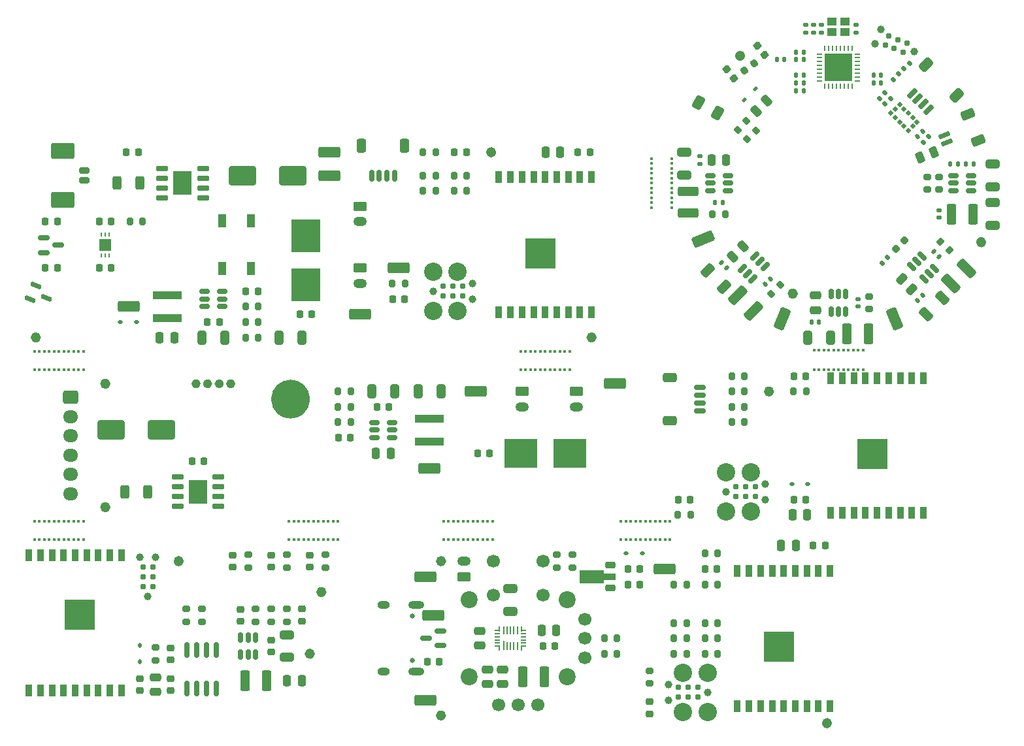
<source format=gbr>
G04 #@! TF.GenerationSoftware,KiCad,Pcbnew,8.0.5*
G04 #@! TF.CreationDate,2025-07-01T00:21:57-07:00*
G04 #@! TF.ProjectId,IotRollerBlinds,496f7452-6f6c-46c6-9572-426c696e6473,rev?*
G04 #@! TF.SameCoordinates,Original*
G04 #@! TF.FileFunction,Soldermask,Top*
G04 #@! TF.FilePolarity,Negative*
%FSLAX46Y46*%
G04 Gerber Fmt 4.6, Leading zero omitted, Abs format (unit mm)*
G04 Created by KiCad (PCBNEW 8.0.5) date 2025-07-01 00:21:57*
%MOMM*%
%LPD*%
G01*
G04 APERTURE LIST*
G04 Aperture macros list*
%AMRoundRect*
0 Rectangle with rounded corners*
0 $1 Rounding radius*
0 $2 $3 $4 $5 $6 $7 $8 $9 X,Y pos of 4 corners*
0 Add a 4 corners polygon primitive as box body*
4,1,4,$2,$3,$4,$5,$6,$7,$8,$9,$2,$3,0*
0 Add four circle primitives for the rounded corners*
1,1,$1+$1,$2,$3*
1,1,$1+$1,$4,$5*
1,1,$1+$1,$6,$7*
1,1,$1+$1,$8,$9*
0 Add four rect primitives between the rounded corners*
20,1,$1+$1,$2,$3,$4,$5,0*
20,1,$1+$1,$4,$5,$6,$7,0*
20,1,$1+$1,$6,$7,$8,$9,0*
20,1,$1+$1,$8,$9,$2,$3,0*%
%AMRotRect*
0 Rectangle, with rotation*
0 The origin of the aperture is its center*
0 $1 length*
0 $2 width*
0 $3 Rotation angle, in degrees counterclockwise*
0 Add horizontal line*
21,1,$1,$2,0,0,$3*%
%AMFreePoly0*
4,1,9,3.862500,-0.866500,0.737500,-0.866500,0.737500,-0.450000,-0.737500,-0.450000,-0.737500,0.450000,0.737500,0.450000,0.737500,0.866500,3.862500,0.866500,3.862500,-0.866500,3.862500,-0.866500,$1*%
G04 Aperture macros list end*
%ADD10C,0.650000*%
%ADD11C,2.500000*%
%ADD12C,0.700000*%
%ADD13C,0.380000*%
%ADD14R,0.900000X1.500000*%
%ADD15R,4.000000X4.000000*%
%ADD16RoundRect,0.250000X-1.175000X-0.450000X1.175000X-0.450000X1.175000X0.450000X-1.175000X0.450000X0*%
%ADD17RoundRect,0.225000X0.225000X0.250000X-0.225000X0.250000X-0.225000X-0.250000X0.225000X-0.250000X0*%
%ADD18RoundRect,0.062500X-0.062500X-0.212500X0.062500X-0.212500X0.062500X0.212500X-0.062500X0.212500X0*%
%ADD19R,1.600000X1.600000*%
%ADD20RoundRect,0.150000X-0.512500X-0.150000X0.512500X-0.150000X0.512500X0.150000X-0.512500X0.150000X0*%
%ADD21RoundRect,0.218750X0.218750X0.256250X-0.218750X0.256250X-0.218750X-0.256250X0.218750X-0.256250X0*%
%ADD22RoundRect,0.200000X-0.200000X-0.275000X0.200000X-0.275000X0.200000X0.275000X-0.200000X0.275000X0*%
%ADD23RoundRect,0.200000X0.200000X0.275000X-0.200000X0.275000X-0.200000X-0.275000X0.200000X-0.275000X0*%
%ADD24R,3.810000X4.240000*%
%ADD25RoundRect,0.225000X-0.225000X-0.250000X0.225000X-0.250000X0.225000X0.250000X-0.225000X0.250000X0*%
%ADD26C,1.152000*%
%ADD27RoundRect,0.200000X-0.450000X0.200000X-0.450000X-0.200000X0.450000X-0.200000X0.450000X0.200000X0*%
%ADD28RoundRect,0.250001X-1.249999X0.799999X-1.249999X-0.799999X1.249999X-0.799999X1.249999X0.799999X0*%
%ADD29R,1.100000X1.800000*%
%ADD30RoundRect,0.112500X0.187500X0.112500X-0.187500X0.112500X-0.187500X-0.112500X0.187500X-0.112500X0*%
%ADD31C,2.374900*%
%ADD32C,0.990600*%
%ADD33C,0.787400*%
%ADD34RoundRect,0.250000X-0.250000X-0.475000X0.250000X-0.475000X0.250000X0.475000X-0.250000X0.475000X0*%
%ADD35RoundRect,0.150000X0.150000X0.625000X-0.150000X0.625000X-0.150000X-0.625000X0.150000X-0.625000X0*%
%ADD36RoundRect,0.250000X0.350000X0.650000X-0.350000X0.650000X-0.350000X-0.650000X0.350000X-0.650000X0*%
%ADD37RoundRect,0.250000X-0.325000X-0.650000X0.325000X-0.650000X0.325000X0.650000X-0.325000X0.650000X0*%
%ADD38RoundRect,0.250000X-0.625000X0.350000X-0.625000X-0.350000X0.625000X-0.350000X0.625000X0.350000X0*%
%ADD39O,1.750000X1.200000*%
%ADD40RoundRect,0.218750X-0.218750X-0.256250X0.218750X-0.256250X0.218750X0.256250X-0.218750X0.256250X0*%
%ADD41RoundRect,0.250000X-1.500000X-1.000000X1.500000X-1.000000X1.500000X1.000000X-1.500000X1.000000X0*%
%ADD42R,3.700000X1.100000*%
%ADD43RoundRect,0.150000X0.650000X0.150000X-0.650000X0.150000X-0.650000X-0.150000X0.650000X-0.150000X0*%
%ADD44R,2.410000X3.100000*%
%ADD45RoundRect,0.250000X-0.312500X-0.625000X0.312500X-0.625000X0.312500X0.625000X-0.312500X0.625000X0*%
%ADD46RoundRect,0.150000X-0.587500X-0.150000X0.587500X-0.150000X0.587500X0.150000X-0.587500X0.150000X0*%
%ADD47RoundRect,0.150000X-0.600182X0.086245X0.485377X-0.363408X0.600182X-0.086245X-0.485377X0.363408X0*%
%ADD48RoundRect,0.112500X-0.112500X0.187500X-0.112500X-0.187500X0.112500X-0.187500X0.112500X0.187500X0*%
%ADD49RoundRect,0.225000X0.250000X-0.225000X0.250000X0.225000X-0.250000X0.225000X-0.250000X-0.225000X0*%
%ADD50RoundRect,0.218750X0.256250X-0.218750X0.256250X0.218750X-0.256250X0.218750X-0.256250X-0.218750X0*%
%ADD51RoundRect,0.200000X-0.275000X0.200000X-0.275000X-0.200000X0.275000X-0.200000X0.275000X0.200000X0*%
%ADD52RoundRect,0.218750X-0.256250X0.218750X-0.256250X-0.218750X0.256250X-0.218750X0.256250X0.218750X0*%
%ADD53RoundRect,0.250000X0.650000X-0.325000X0.650000X0.325000X-0.650000X0.325000X-0.650000X-0.325000X0*%
%ADD54RoundRect,0.200000X0.275000X-0.200000X0.275000X0.200000X-0.275000X0.200000X-0.275000X-0.200000X0*%
%ADD55RoundRect,0.150000X0.150000X-0.825000X0.150000X0.825000X-0.150000X0.825000X-0.150000X-0.825000X0*%
%ADD56RoundRect,0.150000X0.150000X-0.512500X0.150000X0.512500X-0.150000X0.512500X-0.150000X-0.512500X0*%
%ADD57RoundRect,0.250000X-0.375000X-1.075000X0.375000X-1.075000X0.375000X1.075000X-0.375000X1.075000X0*%
%ADD58RoundRect,0.250000X0.475000X-0.250000X0.475000X0.250000X-0.475000X0.250000X-0.475000X-0.250000X0*%
%ADD59RoundRect,0.112500X-0.187500X-0.112500X0.187500X-0.112500X0.187500X0.112500X-0.187500X0.112500X0*%
%ADD60RoundRect,0.225000X0.425000X0.225000X-0.425000X0.225000X-0.425000X-0.225000X0.425000X-0.225000X0*%
%ADD61FreePoly0,180.000000*%
%ADD62RoundRect,0.150000X0.587500X0.150000X-0.587500X0.150000X-0.587500X-0.150000X0.587500X-0.150000X0*%
%ADD63RoundRect,0.050000X0.050000X-0.550000X0.050000X0.550000X-0.050000X0.550000X-0.050000X-0.550000X0*%
%ADD64RoundRect,0.050000X0.050000X-0.500000X0.050000X0.500000X-0.050000X0.500000X-0.050000X-0.500000X0*%
%ADD65RoundRect,0.050000X0.050000X-0.275000X0.050000X0.275000X-0.050000X0.275000X-0.050000X-0.275000X0*%
%ADD66RoundRect,0.050000X0.300000X0.050000X-0.300000X0.050000X-0.300000X-0.050000X0.300000X-0.050000X0*%
%ADD67RoundRect,0.250000X-0.475000X0.250000X-0.475000X-0.250000X0.475000X-0.250000X0.475000X0.250000X0*%
%ADD68RoundRect,0.250000X1.175000X0.450000X-1.175000X0.450000X-1.175000X-0.450000X1.175000X-0.450000X0*%
%ADD69RoundRect,0.250000X0.625000X-0.350000X0.625000X0.350000X-0.625000X0.350000X-0.625000X-0.350000X0*%
%ADD70RoundRect,0.250000X0.250000X0.475000X-0.250000X0.475000X-0.250000X-0.475000X0.250000X-0.475000X0*%
%ADD71C,0.650000*%
%ADD72O,1.600000X1.000000*%
%ADD73O,2.100000X1.000000*%
%ADD74C,1.700000*%
%ADD75C,2.200000*%
%ADD76RoundRect,0.250000X-0.725000X0.600000X-0.725000X-0.600000X0.725000X-0.600000X0.725000X0.600000X0*%
%ADD77O,1.950000X1.700000*%
%ADD78RoundRect,0.250000X0.325000X0.650000X-0.325000X0.650000X-0.325000X-0.650000X0.325000X-0.650000X0*%
%ADD79RoundRect,0.150000X0.512500X0.150000X-0.512500X0.150000X-0.512500X-0.150000X0.512500X-0.150000X0*%
%ADD80RoundRect,0.250000X1.500000X1.000000X-1.500000X1.000000X-1.500000X-1.000000X1.500000X-1.000000X0*%
%ADD81RoundRect,0.150000X-0.625000X0.150000X-0.625000X-0.150000X0.625000X-0.150000X0.625000X0.150000X0*%
%ADD82RoundRect,0.250000X-0.650000X0.350000X-0.650000X-0.350000X0.650000X-0.350000X0.650000X0.350000X0*%
%ADD83R,4.240000X3.810000*%
%ADD84RoundRect,0.250000X0.865399X-0.913351X-0.033907X1.257766X-0.865399X0.913351X0.033907X-1.257766X0*%
%ADD85RoundRect,0.140000X0.170000X-0.140000X0.170000X0.140000X-0.170000X0.140000X-0.170000X-0.140000X0*%
%ADD86RoundRect,0.250000X1.025305X0.494975X0.494975X1.025305X-1.025305X-0.494975X-0.494975X-1.025305X0*%
%ADD87RoundRect,0.135000X0.135000X0.185000X-0.135000X0.185000X-0.135000X-0.185000X0.135000X-0.185000X0*%
%ADD88RoundRect,0.140000X0.021213X-0.219203X0.219203X-0.021213X-0.021213X0.219203X-0.219203X0.021213X0*%
%ADD89RoundRect,0.140000X-0.140000X-0.170000X0.140000X-0.170000X0.140000X0.170000X-0.140000X0.170000X0*%
%ADD90RoundRect,0.140000X0.140000X0.170000X-0.140000X0.170000X-0.140000X-0.170000X0.140000X-0.170000X0*%
%ADD91RoundRect,0.225000X0.335310X-0.026314X0.061367X0.330695X-0.335310X0.026314X-0.061367X-0.330695X0*%
%ADD92RoundRect,0.062500X-0.312500X-0.062500X0.312500X-0.062500X0.312500X0.062500X-0.312500X0.062500X0*%
%ADD93RoundRect,0.062500X-0.062500X-0.312500X0.062500X-0.312500X0.062500X0.312500X-0.062500X0.312500X0*%
%ADD94R,3.650000X3.650000*%
%ADD95RoundRect,0.200000X-0.053033X0.335876X-0.335876X0.053033X0.053033X-0.335876X0.335876X-0.053033X0*%
%ADD96RoundRect,0.135000X-0.035355X0.226274X-0.226274X0.035355X0.035355X-0.226274X0.226274X-0.035355X0*%
%ADD97RoundRect,0.135000X-0.135000X-0.185000X0.135000X-0.185000X0.135000X0.185000X-0.135000X0.185000X0*%
%ADD98RoundRect,0.135000X0.035355X-0.226274X0.226274X-0.035355X-0.035355X0.226274X-0.226274X0.035355X0*%
%ADD99RoundRect,0.200000X0.053033X-0.335876X0.335876X-0.053033X-0.053033X0.335876X-0.335876X0.053033X0*%
%ADD100RoundRect,0.218750X0.026517X-0.335876X0.335876X-0.026517X-0.026517X0.335876X-0.335876X0.026517X0*%
%ADD101RoundRect,0.250000X-0.229810X0.689429X-0.689429X0.229810X0.229810X-0.689429X0.689429X-0.229810X0*%
%ADD102RoundRect,0.150000X-0.468458X0.256326X0.256326X-0.468458X0.468458X-0.256326X-0.256326X0.468458X0*%
%ADD103RoundRect,0.250000X0.375000X1.075000X-0.375000X1.075000X-0.375000X-1.075000X0.375000X-1.075000X0*%
%ADD104RoundRect,0.150000X0.548008X0.335876X0.335876X0.548008X-0.548008X-0.335876X-0.335876X-0.548008X0*%
%ADD105RoundRect,0.250000X0.707107X0.212132X0.212132X0.707107X-0.707107X-0.212132X-0.212132X-0.707107X0*%
%ADD106RoundRect,0.250000X0.637260X0.353766X-0.012260X0.728766X-0.637260X-0.353766X0.012260X-0.728766X0*%
%ADD107RoundRect,0.250000X0.689429X0.229810X0.229810X0.689429X-0.689429X-0.229810X-0.229810X-0.689429X0*%
%ADD108RoundRect,0.140000X-0.170000X0.140000X-0.170000X-0.140000X0.170000X-0.140000X0.170000X0.140000X0*%
%ADD109RoundRect,0.250000X0.159099X-0.512652X0.512652X-0.159099X-0.159099X0.512652X-0.512652X0.159099X0*%
%ADD110RoundRect,0.112500X0.053033X0.212132X-0.212132X-0.053033X-0.053033X-0.212132X0.212132X0.053033X0*%
%ADD111RoundRect,0.150000X0.256326X0.468458X-0.468458X-0.256326X-0.256326X-0.468458X0.468458X0.256326X0*%
%ADD112RoundRect,0.250000X-0.913351X-0.865399X1.257766X0.033907X0.913351X0.865399X-1.257766X-0.033907X0*%
%ADD113RoundRect,0.250000X-0.049195X-0.534514X0.412745X-0.343172X0.049195X0.534514X-0.412745X0.343172X0*%
%ADD114RoundRect,0.150000X0.634827X0.100595X0.520022X0.377759X-0.634827X-0.100595X-0.520022X-0.377759X0*%
%ADD115RoundRect,0.250000X0.734461X-0.074614X0.466582X0.572102X-0.734461X0.074614X-0.466582X-0.572102X0*%
%ADD116RoundRect,0.250000X-0.159099X0.512652X-0.512652X0.159099X0.159099X-0.512652X0.512652X-0.159099X0*%
%ADD117RotRect,0.500000X0.500000X225.000000*%
%ADD118RoundRect,0.250000X-0.494975X1.025305X-1.025305X0.494975X0.494975X-1.025305X1.025305X-0.494975X0*%
%ADD119RoundRect,0.200000X0.335876X0.053033X0.053033X0.335876X-0.335876X-0.053033X-0.053033X-0.335876X0*%
%ADD120RoundRect,0.150000X-0.150000X0.512500X-0.150000X-0.512500X0.150000X-0.512500X0.150000X0.512500X0*%
%ADD121RoundRect,0.250000X0.512652X0.159099X0.159099X0.512652X-0.512652X-0.159099X-0.159099X-0.512652X0*%
%ADD122RoundRect,0.250000X-0.650000X0.325000X-0.650000X-0.325000X0.650000X-0.325000X0.650000X0.325000X0*%
%ADD123RoundRect,0.140000X-0.021213X0.219203X-0.219203X0.021213X0.021213X-0.219203X0.219203X-0.021213X0*%
%ADD124R,1.150000X1.000000*%
%ADD125RoundRect,0.140000X-0.219203X-0.021213X-0.021213X-0.219203X0.219203X0.021213X0.021213X0.219203X0*%
%ADD126RoundRect,0.147500X-0.147500X-0.172500X0.147500X-0.172500X0.147500X0.172500X-0.147500X0.172500X0*%
%ADD127RoundRect,0.140000X0.219203X0.021213X0.021213X0.219203X-0.219203X-0.021213X-0.021213X-0.219203X0*%
%ADD128RoundRect,0.218750X0.017551X0.336463X-0.329541X0.070130X-0.017551X-0.336463X0.329541X-0.070130X0*%
%ADD129RoundRect,0.250000X-0.033907X-1.257766X0.865399X0.913351X0.033907X1.257766X-0.865399X-0.913351X0*%
%ADD130RoundRect,0.250000X1.075000X-0.375000X1.075000X0.375000X-1.075000X0.375000X-1.075000X-0.375000X0*%
G04 APERTURE END LIST*
D10*
X99325000Y-86000000D02*
G75*
G02*
X98675000Y-86000000I-325000J0D01*
G01*
X98675000Y-86000000D02*
G75*
G02*
X99325000Y-86000000I325000J0D01*
G01*
X86325000Y-62000000D02*
G75*
G02*
X85675000Y-62000000I-325000J0D01*
G01*
X85675000Y-62000000D02*
G75*
G02*
X86325000Y-62000000I325000J0D01*
G01*
X27325000Y-86000000D02*
G75*
G02*
X26675000Y-86000000I-325000J0D01*
G01*
X26675000Y-86000000D02*
G75*
G02*
X27325000Y-86000000I325000J0D01*
G01*
X64325000Y-119000000D02*
G75*
G02*
X63675000Y-119000000I-325000J0D01*
G01*
X63675000Y-119000000D02*
G75*
G02*
X64325000Y-119000000I325000J0D01*
G01*
X62825000Y-127000000D02*
G75*
G02*
X62175000Y-127000000I-325000J0D01*
G01*
X62175000Y-127000000D02*
G75*
G02*
X62825000Y-127000000I325000J0D01*
G01*
X45825000Y-115000000D02*
G75*
G02*
X45175000Y-115000000I-325000J0D01*
G01*
X45175000Y-115000000D02*
G75*
G02*
X45825000Y-115000000I325000J0D01*
G01*
X79825000Y-135000000D02*
G75*
G02*
X79175000Y-135000000I-325000J0D01*
G01*
X79175000Y-135000000D02*
G75*
G02*
X79825000Y-135000000I325000J0D01*
G01*
X129825000Y-136000000D02*
G75*
G02*
X129175000Y-136000000I-325000J0D01*
G01*
X129175000Y-136000000D02*
G75*
G02*
X129825000Y-136000000I325000J0D01*
G01*
X79825000Y-115000000D02*
G75*
G02*
X79175000Y-115000000I-325000J0D01*
G01*
X79175000Y-115000000D02*
G75*
G02*
X79825000Y-115000000I325000J0D01*
G01*
X36325000Y-92000000D02*
G75*
G02*
X35675000Y-92000000I-325000J0D01*
G01*
X35675000Y-92000000D02*
G75*
G02*
X36325000Y-92000000I325000J0D01*
G01*
D11*
X61250000Y-94000000D02*
G75*
G02*
X58750000Y-94000000I-1250000J0D01*
G01*
X58750000Y-94000000D02*
G75*
G02*
X61250000Y-94000000I1250000J0D01*
G01*
D12*
X48000000Y-92000000D02*
G75*
G02*
X47500000Y-92000000I-250000J0D01*
G01*
X47500000Y-92000000D02*
G75*
G02*
X48000000Y-92000000I250000J0D01*
G01*
X49500000Y-92000000D02*
G75*
G02*
X49000000Y-92000000I-250000J0D01*
G01*
X49000000Y-92000000D02*
G75*
G02*
X49500000Y-92000000I250000J0D01*
G01*
X51000000Y-92000000D02*
G75*
G02*
X50500000Y-92000000I-250000J0D01*
G01*
X50500000Y-92000000D02*
G75*
G02*
X51000000Y-92000000I250000J0D01*
G01*
X52500000Y-92000000D02*
G75*
G02*
X52000000Y-92000000I-250000J0D01*
G01*
X52000000Y-92000000D02*
G75*
G02*
X52500000Y-92000000I250000J0D01*
G01*
D10*
X36325000Y-108000000D02*
G75*
G02*
X35675000Y-108000000I-325000J0D01*
G01*
X35675000Y-108000000D02*
G75*
G02*
X36325000Y-108000000I325000J0D01*
G01*
X122325000Y-93000000D02*
G75*
G02*
X121675000Y-93000000I-325000J0D01*
G01*
X121675000Y-93000000D02*
G75*
G02*
X122325000Y-93000000I325000J0D01*
G01*
X149802591Y-73653669D02*
G75*
G02*
X149152591Y-73653669I-325000J0D01*
G01*
X149152591Y-73653669D02*
G75*
G02*
X149802591Y-73653669I325000J0D01*
G01*
X125393407Y-80320133D02*
G75*
G02*
X124743407Y-80320133I-325000J0D01*
G01*
X124743407Y-80320133D02*
G75*
G02*
X125393407Y-80320133I325000J0D01*
G01*
X118575000Y-49500000D02*
G75*
G02*
X117925000Y-49500000I-325000J0D01*
G01*
X117925000Y-49500000D02*
G75*
G02*
X118575000Y-49500000I325000J0D01*
G01*
D13*
X106810000Y-69175000D03*
X106810000Y-68540000D03*
X106810000Y-67905000D03*
X106810000Y-67270000D03*
X106810000Y-66635000D03*
X106810000Y-66000000D03*
X106810000Y-65365000D03*
X106810000Y-64730000D03*
X106810000Y-64095000D03*
X106810000Y-63460000D03*
X106810000Y-62825000D03*
X134175000Y-90190000D03*
X133540000Y-90190000D03*
X132905000Y-90190000D03*
X132270000Y-90190000D03*
X131635000Y-90190000D03*
X131000000Y-90190000D03*
X130365000Y-90190000D03*
X129730000Y-90190000D03*
X129095000Y-90190000D03*
X128460000Y-90190000D03*
X127825000Y-90190000D03*
D14*
X99000000Y-65250000D03*
X97500000Y-65250000D03*
X96000000Y-65250000D03*
X94500000Y-65250000D03*
X93000000Y-65250000D03*
X91500000Y-65250000D03*
X90000000Y-65250000D03*
X88500000Y-65250000D03*
X87000000Y-65250000D03*
X87000000Y-82750000D03*
X88500000Y-82750000D03*
X90000000Y-82750000D03*
X91500000Y-82750000D03*
X93000000Y-82750000D03*
X94500000Y-82750000D03*
X96000000Y-82750000D03*
X97500000Y-82750000D03*
X99000000Y-82750000D03*
D15*
X92390000Y-75100000D03*
D13*
X33175000Y-112190000D03*
X33175000Y-109810000D03*
X32540000Y-112190000D03*
X32540000Y-109810000D03*
X31905000Y-112190000D03*
X31905000Y-109810000D03*
X31270000Y-112190000D03*
X31270000Y-109810000D03*
X30635000Y-112190000D03*
X30635000Y-109810000D03*
X30000000Y-112190000D03*
X30000000Y-109810000D03*
X29365000Y-112190000D03*
X29365000Y-109810000D03*
X28730000Y-112190000D03*
X28730000Y-109810000D03*
X28095000Y-112190000D03*
X28095000Y-109810000D03*
X27460000Y-112190000D03*
X27460000Y-109810000D03*
X26825000Y-112190000D03*
X26825000Y-109810000D03*
X33175000Y-90190000D03*
X33175000Y-87810000D03*
X32540000Y-90190000D03*
X32540000Y-87810000D03*
X31905000Y-90190000D03*
X31905000Y-87810000D03*
X31270000Y-90190000D03*
X31270000Y-87810000D03*
X30635000Y-90190000D03*
X30635000Y-87810000D03*
X30000000Y-90190000D03*
X30000000Y-87810000D03*
X29365000Y-90190000D03*
X29365000Y-87810000D03*
X28730000Y-90190000D03*
X28730000Y-87810000D03*
X28095000Y-90190000D03*
X28095000Y-87810000D03*
X27460000Y-90190000D03*
X27460000Y-87810000D03*
X26825000Y-90190000D03*
X26825000Y-87810000D03*
X96175000Y-90190000D03*
X96175000Y-87810000D03*
X95540000Y-90190000D03*
X95540000Y-87810000D03*
X94905000Y-90190000D03*
X94905000Y-87810000D03*
X94270000Y-90190000D03*
X94270000Y-87810000D03*
X93635000Y-90190000D03*
X93635000Y-87810000D03*
X93000000Y-90190000D03*
X93000000Y-87810000D03*
X92365000Y-90190000D03*
X92365000Y-87810000D03*
X91730000Y-90190000D03*
X91730000Y-87810000D03*
X91095000Y-90190000D03*
X91095000Y-87810000D03*
X90460000Y-90190000D03*
X90460000Y-87810000D03*
X89825000Y-90190000D03*
X89825000Y-87810000D03*
X66175000Y-112190000D03*
X66175000Y-109810000D03*
X65540000Y-112190000D03*
X65540000Y-109810000D03*
X64905000Y-112190000D03*
X64905000Y-109810000D03*
X64270000Y-112190000D03*
X64270000Y-109810000D03*
X63635000Y-112190000D03*
X63635000Y-109810000D03*
X63000000Y-112190000D03*
X63000000Y-109810000D03*
X62365000Y-112190000D03*
X62365000Y-109810000D03*
X61730000Y-112190000D03*
X61730000Y-109810000D03*
X61095000Y-112190000D03*
X61095000Y-109810000D03*
X60460000Y-112190000D03*
X60460000Y-109810000D03*
X59825000Y-112190000D03*
X59825000Y-109810000D03*
X109175000Y-112190000D03*
X109175000Y-109810000D03*
X108540000Y-112190000D03*
X108540000Y-109810000D03*
X107905000Y-112190000D03*
X107905000Y-109810000D03*
X107270000Y-112190000D03*
X107270000Y-109810000D03*
X106635000Y-112190000D03*
X106635000Y-109810000D03*
X106000000Y-112190000D03*
X106000000Y-109810000D03*
X105365000Y-112190000D03*
X105365000Y-109810000D03*
X104730000Y-112190000D03*
X104730000Y-109810000D03*
X104095000Y-112190000D03*
X104095000Y-109810000D03*
X103460000Y-112190000D03*
X103460000Y-109810000D03*
X102825000Y-112190000D03*
X102825000Y-109810000D03*
X86175000Y-112190000D03*
X86175000Y-109810000D03*
X85540000Y-112190000D03*
X85540000Y-109810000D03*
X84905000Y-112190000D03*
X84905000Y-109810000D03*
X84270000Y-112190000D03*
X84270000Y-109810000D03*
X83635000Y-112190000D03*
X83635000Y-109810000D03*
X83000000Y-112190000D03*
X83000000Y-109810000D03*
X82365000Y-112190000D03*
X82365000Y-109810000D03*
X81730000Y-112190000D03*
X81730000Y-109810000D03*
X81095000Y-112190000D03*
X81095000Y-109810000D03*
X80460000Y-112190000D03*
X80460000Y-109810000D03*
X79825000Y-112190000D03*
X79825000Y-109810000D03*
D16*
X69000000Y-83000000D03*
D17*
X98775000Y-62000000D03*
X97225000Y-62000000D03*
D18*
X35500000Y-75380000D03*
X36000000Y-75380000D03*
X36500000Y-75380000D03*
X36500000Y-72620000D03*
X36000000Y-72620000D03*
X35500000Y-72620000D03*
D19*
X36000000Y-74000000D03*
D20*
X48862500Y-80050000D03*
X48862500Y-81000000D03*
X48862500Y-81950000D03*
X51137500Y-81950000D03*
X51137500Y-81000000D03*
X51137500Y-80050000D03*
D21*
X62787500Y-83000000D03*
X61212500Y-83000000D03*
D22*
X73175000Y-79000000D03*
X74825000Y-79000000D03*
D23*
X82825000Y-65000000D03*
X81175000Y-65000000D03*
X78825000Y-67000000D03*
X77175000Y-67000000D03*
D24*
X62000000Y-72815000D03*
X62000000Y-79185000D03*
D25*
X54225000Y-80000000D03*
X55775000Y-80000000D03*
D26*
X99000000Y-86000000D03*
D23*
X40825000Y-71000000D03*
X39175000Y-71000000D03*
D25*
X81225000Y-62000000D03*
X82775000Y-62000000D03*
D23*
X78825000Y-65000000D03*
X77175000Y-65000000D03*
D27*
X33250000Y-64375000D03*
X33250000Y-65625000D03*
D28*
X30500000Y-61825000D03*
X30500000Y-68175000D03*
D25*
X28225000Y-71000000D03*
X29775000Y-71000000D03*
X35225000Y-77000000D03*
X36775000Y-77000000D03*
D17*
X40275000Y-62000000D03*
X38725000Y-62000000D03*
D23*
X55825000Y-82000000D03*
X54175000Y-82000000D03*
D22*
X77175000Y-62000000D03*
X78825000Y-62000000D03*
D29*
X54850000Y-70900000D03*
X54850000Y-77100000D03*
X51150000Y-70900000D03*
X51150000Y-77100000D03*
D30*
X40050000Y-84000000D03*
X37950000Y-84000000D03*
D31*
X78460000Y-77460000D03*
D32*
X78460000Y-80000000D03*
D31*
X78460000Y-82540000D03*
X81635000Y-77460000D03*
X81635000Y-82540000D03*
D32*
X83540000Y-78984000D03*
X83540000Y-81016000D03*
D33*
X79730000Y-80635000D03*
X79730000Y-79365000D03*
X81000000Y-80635000D03*
X81000000Y-79365000D03*
X82270000Y-80635000D03*
X82270000Y-79365000D03*
D34*
X43050000Y-86000000D03*
X44950000Y-86000000D03*
D35*
X73500000Y-65000000D03*
X72500000Y-65000000D03*
X71500000Y-65000000D03*
X70500000Y-65000000D03*
D36*
X74800000Y-61125000D03*
X69200000Y-61125000D03*
D22*
X81175000Y-67000000D03*
X82825000Y-67000000D03*
D16*
X39000000Y-82000000D03*
D26*
X86000000Y-62000000D03*
D25*
X49225000Y-84000000D03*
X50775000Y-84000000D03*
D37*
X58525000Y-86000000D03*
X61475000Y-86000000D03*
D17*
X36775000Y-71000000D03*
X35225000Y-71000000D03*
D26*
X27000000Y-86000000D03*
D16*
X65000000Y-62000000D03*
X74000000Y-77000000D03*
D38*
X69000000Y-69000000D03*
D39*
X69000000Y-71000000D03*
D40*
X73212500Y-81000000D03*
X74787500Y-81000000D03*
D41*
X53750000Y-65000000D03*
X60250000Y-65000000D03*
D37*
X48525000Y-86000000D03*
X51475000Y-86000000D03*
D42*
X44000000Y-80500000D03*
X44000000Y-83500000D03*
D16*
X65000000Y-65000000D03*
D43*
X48650000Y-67905000D03*
X48650000Y-66635000D03*
X48650000Y-65365000D03*
X48650000Y-64095000D03*
X43350000Y-64095000D03*
X43350000Y-65365000D03*
X43350000Y-66635000D03*
X43350000Y-67905000D03*
D44*
X46000000Y-66000000D03*
D22*
X54175000Y-86000000D03*
X55825000Y-86000000D03*
D38*
X69000000Y-77000000D03*
D39*
X69000000Y-79000000D03*
D25*
X28225000Y-77000000D03*
X29775000Y-77000000D03*
D34*
X93050000Y-62000000D03*
X94950000Y-62000000D03*
D45*
X37537500Y-66000000D03*
X40462500Y-66000000D03*
D23*
X55825000Y-84000000D03*
X54175000Y-84000000D03*
D46*
X28062500Y-73100000D03*
X28062500Y-75000000D03*
X29937500Y-74050000D03*
D47*
X26997413Y-79263548D03*
X26270314Y-81018920D03*
X28366137Y-80858765D03*
D48*
X40500000Y-125950000D03*
X40500000Y-128050000D03*
D49*
X53500000Y-122775000D03*
X53500000Y-121225000D03*
D50*
X61500000Y-122787500D03*
X61500000Y-121212500D03*
D51*
X42500000Y-126175000D03*
X42500000Y-127825000D03*
D14*
X26100000Y-131750000D03*
X27600000Y-131750000D03*
X29100000Y-131750000D03*
X30600000Y-131750000D03*
X32100000Y-131750000D03*
X33600000Y-131750000D03*
X35100000Y-131750000D03*
X36600000Y-131750000D03*
X38100000Y-131750000D03*
X38100000Y-114250000D03*
X36600000Y-114250000D03*
X35100000Y-114250000D03*
X33600000Y-114250000D03*
X32100000Y-114250000D03*
X30600000Y-114250000D03*
X29100000Y-114250000D03*
X27600000Y-114250000D03*
X26100000Y-114250000D03*
D15*
X32710000Y-121900000D03*
D52*
X62500000Y-114212500D03*
X62500000Y-115787500D03*
X57500000Y-114212500D03*
X57500000Y-115787500D03*
D34*
X59550000Y-130500000D03*
X61450000Y-130500000D03*
D49*
X57500000Y-126775000D03*
X57500000Y-125225000D03*
D51*
X48500000Y-121175000D03*
X48500000Y-122825000D03*
D53*
X59500000Y-127475000D03*
X59500000Y-124525000D03*
D51*
X54500000Y-114175000D03*
X54500000Y-115825000D03*
D54*
X46500000Y-122825000D03*
X46500000Y-121175000D03*
D26*
X64000000Y-119000000D03*
D49*
X40500000Y-131775000D03*
X40500000Y-130225000D03*
X44500000Y-131775000D03*
X44500000Y-130225000D03*
D55*
X46595000Y-131475000D03*
X47865000Y-131475000D03*
X49135000Y-131475000D03*
X50405000Y-131475000D03*
X50405000Y-126525000D03*
X49135000Y-126525000D03*
X47865000Y-126525000D03*
X46595000Y-126525000D03*
D54*
X59500000Y-122825000D03*
X59500000Y-121175000D03*
D56*
X53550000Y-127137500D03*
X54500000Y-127137500D03*
X55450000Y-127137500D03*
X55450000Y-124862500D03*
X54500000Y-124862500D03*
X53550000Y-124862500D03*
D57*
X54100000Y-130500000D03*
X56900000Y-130500000D03*
D58*
X42500000Y-131950000D03*
X42500000Y-130050000D03*
D49*
X44500000Y-127775000D03*
X44500000Y-126225000D03*
D51*
X55500000Y-121175000D03*
X55500000Y-122825000D03*
X64500000Y-114175000D03*
X64500000Y-115825000D03*
D26*
X62500000Y-127000000D03*
D52*
X52500000Y-114212500D03*
X52500000Y-115787500D03*
D32*
X41500000Y-119540000D03*
X40484000Y-114460000D03*
X42516000Y-114460000D03*
D33*
X42135000Y-118270000D03*
X40865000Y-118270000D03*
X42135000Y-117000000D03*
X40865000Y-117000000D03*
X42135000Y-115730000D03*
X40865000Y-115730000D03*
D26*
X45500000Y-115000000D03*
D51*
X57500000Y-121175000D03*
X57500000Y-122825000D03*
X59500000Y-114175000D03*
X59500000Y-115825000D03*
D59*
X103450000Y-114000000D03*
X105550000Y-114000000D03*
D22*
X109675000Y-123000000D03*
X111325000Y-123000000D03*
D60*
X101450000Y-118500000D03*
D61*
X101362500Y-117000000D03*
D60*
X101450000Y-115500000D03*
D22*
X100675000Y-125000000D03*
X102325000Y-125000000D03*
D57*
X90100000Y-130000000D03*
X92900000Y-130000000D03*
D22*
X113675000Y-118000000D03*
X115325000Y-118000000D03*
X113675000Y-127000000D03*
X115325000Y-127000000D03*
X113675000Y-114000000D03*
X115325000Y-114000000D03*
D25*
X103725000Y-118000000D03*
X105275000Y-118000000D03*
D26*
X79500000Y-135000000D03*
D25*
X103725000Y-116000000D03*
X105275000Y-116000000D03*
D14*
X129900000Y-116250000D03*
X128400000Y-116250000D03*
X126900000Y-116250000D03*
X125400000Y-116250000D03*
X123900000Y-116250000D03*
X122400000Y-116250000D03*
X120900000Y-116250000D03*
X119400000Y-116250000D03*
X117900000Y-116250000D03*
X117900000Y-133750000D03*
X119400000Y-133750000D03*
X120900000Y-133750000D03*
X122400000Y-133750000D03*
X123900000Y-133750000D03*
X125400000Y-133750000D03*
X126900000Y-133750000D03*
X128400000Y-133750000D03*
X129900000Y-133750000D03*
D15*
X123290000Y-126100000D03*
D62*
X79437500Y-125950000D03*
X79437500Y-124050000D03*
X77562500Y-125000000D03*
D53*
X88500000Y-121475000D03*
X88500000Y-118525000D03*
D63*
X87600000Y-125950000D03*
D64*
X88050000Y-126000000D03*
X88500000Y-126000000D03*
X88950000Y-126000000D03*
X89400000Y-126000000D03*
D65*
X89950000Y-126225000D03*
D66*
X90200000Y-126000000D03*
X90200000Y-125600000D03*
X90200000Y-125200000D03*
X90200000Y-124800000D03*
X90200000Y-124400000D03*
X90200000Y-124000000D03*
D65*
X89950000Y-123775000D03*
D64*
X89400000Y-124000000D03*
X88950000Y-124000000D03*
X88500000Y-124000000D03*
X88050000Y-124000000D03*
X87600000Y-124000000D03*
D66*
X86800000Y-124000000D03*
D65*
X87050000Y-123775000D03*
D66*
X86800000Y-124400000D03*
X86800000Y-124800000D03*
X86800000Y-125200000D03*
X86800000Y-125600000D03*
D65*
X87050000Y-126225000D03*
D66*
X86800000Y-126000000D03*
D25*
X92725000Y-126000000D03*
X94275000Y-126000000D03*
D22*
X113675000Y-123000000D03*
X115325000Y-123000000D03*
D67*
X85500000Y-129050000D03*
X85500000Y-130950000D03*
D68*
X77500000Y-117000000D03*
D54*
X106500000Y-130825000D03*
X106500000Y-129175000D03*
D69*
X82500000Y-117000000D03*
D39*
X82500000Y-115000000D03*
D22*
X109675000Y-127000000D03*
X111325000Y-127000000D03*
X113675000Y-125000000D03*
X115325000Y-125000000D03*
D68*
X78500000Y-122000000D03*
D67*
X87500000Y-129050000D03*
X87500000Y-130950000D03*
D51*
X94500000Y-114175000D03*
X94500000Y-115825000D03*
D58*
X84500000Y-125950000D03*
X84500000Y-124050000D03*
D17*
X129275000Y-113000000D03*
X127725000Y-113000000D03*
D26*
X129500000Y-136000000D03*
D22*
X109675000Y-125000000D03*
X111325000Y-125000000D03*
D68*
X108500000Y-116000000D03*
D34*
X123550000Y-113000000D03*
X125450000Y-113000000D03*
D17*
X115275000Y-116000000D03*
X113725000Y-116000000D03*
X79275000Y-128000000D03*
X77725000Y-128000000D03*
D22*
X109675000Y-118000000D03*
X111325000Y-118000000D03*
D51*
X96500000Y-114175000D03*
X96500000Y-115825000D03*
D70*
X94450000Y-124000000D03*
X92550000Y-124000000D03*
D52*
X106500000Y-133212500D03*
X106500000Y-134787500D03*
D31*
X114040000Y-134540000D03*
D32*
X114040000Y-132000000D03*
D31*
X114040000Y-129460000D03*
X110865000Y-134540000D03*
X110865000Y-129460000D03*
D32*
X108960000Y-133016000D03*
X108960000Y-130984000D03*
D33*
X112770000Y-131365000D03*
X112770000Y-132635000D03*
X111500000Y-131365000D03*
X111500000Y-132635000D03*
X110230000Y-131365000D03*
X110230000Y-132635000D03*
D26*
X79500000Y-115000000D03*
D22*
X100675000Y-127000000D03*
X102325000Y-127000000D03*
D68*
X77500000Y-133000000D03*
D71*
X75780000Y-127890000D03*
X75780000Y-122110000D03*
D72*
X72100000Y-129320000D03*
D73*
X76280000Y-129320000D03*
D72*
X72100000Y-120680000D03*
D73*
X76280000Y-120680000D03*
D74*
X92700000Y-115000000D03*
X86300000Y-115000000D03*
X92700000Y-119400000D03*
X86250000Y-119400000D03*
X98150000Y-122500000D03*
X98150000Y-125000000D03*
X98150000Y-127500000D03*
X92000000Y-133650000D03*
X89500000Y-133650000D03*
X87000000Y-133650000D03*
D75*
X95850000Y-120000000D03*
X83150000Y-120000000D03*
X95850000Y-130000000D03*
X83150000Y-130000000D03*
D30*
X127050000Y-105000000D03*
X124950000Y-105000000D03*
D22*
X125175000Y-93000000D03*
X126825000Y-93000000D03*
X117175000Y-97000000D03*
X118825000Y-97000000D03*
D76*
X31525000Y-93750000D03*
D77*
X31525000Y-96250000D03*
X31525000Y-98750000D03*
X31525000Y-101250000D03*
X31525000Y-103750000D03*
X31525000Y-106250000D03*
D17*
X72775000Y-95000000D03*
X71225000Y-95000000D03*
D45*
X38537500Y-106000000D03*
X41462500Y-106000000D03*
D25*
X47225000Y-102000000D03*
X48775000Y-102000000D03*
D26*
X36000000Y-92000000D03*
D23*
X118825000Y-91000000D03*
X117175000Y-91000000D03*
D14*
X142000000Y-91250000D03*
X140500000Y-91250000D03*
X139000000Y-91250000D03*
X137500000Y-91250000D03*
X136000000Y-91250000D03*
X134500000Y-91250000D03*
X133000000Y-91250000D03*
X131500000Y-91250000D03*
X130000000Y-91250000D03*
X130000000Y-108750000D03*
X131500000Y-108750000D03*
X133000000Y-108750000D03*
X134500000Y-108750000D03*
X136000000Y-108750000D03*
X137500000Y-108750000D03*
X139000000Y-108750000D03*
X140500000Y-108750000D03*
X142000000Y-108750000D03*
D15*
X135390000Y-101100000D03*
D42*
X78000000Y-96500000D03*
X78000000Y-99500000D03*
D23*
X118825000Y-95000000D03*
X117175000Y-95000000D03*
D78*
X73475000Y-93000000D03*
X70525000Y-93000000D03*
D17*
X67775000Y-99000000D03*
X66225000Y-99000000D03*
D79*
X73137500Y-98950000D03*
X73137500Y-98000000D03*
X73137500Y-97050000D03*
X70862500Y-97050000D03*
X70862500Y-98000000D03*
X70862500Y-98950000D03*
D22*
X66175000Y-95000000D03*
X67825000Y-95000000D03*
D38*
X97000000Y-93000000D03*
D39*
X97000000Y-95000000D03*
D22*
X110175000Y-109000000D03*
X111825000Y-109000000D03*
D80*
X43250000Y-98000000D03*
X36750000Y-98000000D03*
D22*
X66175000Y-97000000D03*
X67825000Y-97000000D03*
D43*
X50650000Y-107905000D03*
X50650000Y-106635000D03*
X50650000Y-105365000D03*
X50650000Y-104095000D03*
X45350000Y-104095000D03*
X45350000Y-105365000D03*
X45350000Y-106635000D03*
X45350000Y-107905000D03*
D44*
X48000000Y-106000000D03*
D81*
X113000000Y-92500000D03*
X113000000Y-93500000D03*
X113000000Y-94500000D03*
X113000000Y-95500000D03*
D82*
X109125000Y-91200000D03*
X109125000Y-96800000D03*
D70*
X72950000Y-101000000D03*
X71050000Y-101000000D03*
D17*
X126775000Y-107000000D03*
X125225000Y-107000000D03*
D21*
X85787500Y-101000000D03*
X84212500Y-101000000D03*
D23*
X118825000Y-93000000D03*
X117175000Y-93000000D03*
X67825000Y-93000000D03*
X66175000Y-93000000D03*
D26*
X36000000Y-108000000D03*
D83*
X96185000Y-101000000D03*
X89815000Y-101000000D03*
D16*
X78000000Y-103000000D03*
D70*
X126950000Y-109000000D03*
X125050000Y-109000000D03*
D17*
X126775000Y-91000000D03*
X125225000Y-91000000D03*
D37*
X76525000Y-93000000D03*
X79475000Y-93000000D03*
D40*
X110212500Y-107000000D03*
X111787500Y-107000000D03*
D31*
X116460000Y-103460000D03*
D32*
X116460000Y-106000000D03*
D31*
X116460000Y-108540000D03*
X119635000Y-103460000D03*
X119635000Y-108540000D03*
D32*
X121540000Y-104984000D03*
X121540000Y-107016000D03*
D33*
X117730000Y-106635000D03*
X117730000Y-105365000D03*
X119000000Y-106635000D03*
X119000000Y-105365000D03*
X120270000Y-106635000D03*
X120270000Y-105365000D03*
D26*
X122000000Y-93000000D03*
D16*
X84000000Y-93000000D03*
D38*
X90000000Y-93000000D03*
D39*
X90000000Y-95000000D03*
D16*
X102000000Y-92000000D03*
D84*
X138270985Y-83553711D03*
D85*
X128750000Y-46480000D03*
X128750000Y-45520000D03*
D86*
X119969134Y-82546298D03*
X117989236Y-80566400D03*
D57*
X145600001Y-70000001D03*
X148399999Y-70000001D03*
D87*
X146510000Y-63500000D03*
X145490000Y-63500000D03*
D88*
X141267191Y-59975450D03*
X141946013Y-59296628D03*
D89*
X147520000Y-63500000D03*
X148480000Y-63500000D03*
D32*
X140808981Y-48956365D03*
X135726865Y-47950995D03*
X136504478Y-46073671D03*
D33*
X139878658Y-47883693D03*
X139392650Y-49057020D03*
X138705331Y-47397685D03*
X138219323Y-48571013D03*
X137532004Y-46911678D03*
X137045996Y-48085005D03*
D90*
X128480000Y-84000000D03*
X127520000Y-84000000D03*
D91*
X121416915Y-49404382D03*
X120473335Y-48174684D03*
D26*
X149477591Y-73653669D03*
D58*
X128000000Y-82449999D03*
X128000000Y-80550001D03*
D92*
X128525000Y-49250000D03*
X128525000Y-49750000D03*
X128525000Y-50250000D03*
X128525000Y-50750000D03*
X128525000Y-51250000D03*
X128525000Y-51750000D03*
X128525000Y-52250000D03*
X128525000Y-52750000D03*
D93*
X129250000Y-53475000D03*
X129750000Y-53475000D03*
X130250000Y-53475000D03*
X130750000Y-53475000D03*
X131250000Y-53475000D03*
X131750000Y-53475000D03*
X132250000Y-53475000D03*
X132750000Y-53475000D03*
D92*
X133475000Y-52750000D03*
X133475000Y-52250000D03*
X133475000Y-51750000D03*
X133475000Y-51250000D03*
X133475000Y-50750000D03*
X133475000Y-50250000D03*
X133475000Y-49750000D03*
X133475000Y-49250000D03*
D93*
X132750000Y-48525000D03*
X132250000Y-48525000D03*
X131750000Y-48525000D03*
X131250000Y-48525000D03*
X130750000Y-48525000D03*
X130250000Y-48525000D03*
X129750000Y-48525000D03*
X129250000Y-48525000D03*
D94*
X131000000Y-51000000D03*
D95*
X119083363Y-57916637D03*
X117916637Y-59083363D03*
D96*
X138785245Y-51850794D03*
X138063997Y-52572042D03*
D13*
X127825000Y-87604500D03*
X128460000Y-87604500D03*
X129095000Y-87604500D03*
X129730000Y-87604500D03*
X130365000Y-87604500D03*
X131000000Y-87604500D03*
X131635000Y-87604500D03*
X132270000Y-87604500D03*
X132905000Y-87604500D03*
X133540000Y-87604500D03*
X134175000Y-87604500D03*
D97*
X125490000Y-52000000D03*
X126510000Y-52000000D03*
D98*
X141953084Y-60703770D03*
X142674332Y-59982522D03*
D53*
X151000000Y-71475001D03*
X151000000Y-68525001D03*
D13*
X109395499Y-62825000D03*
X109395499Y-63460000D03*
X109395499Y-64095001D03*
X109395499Y-64729999D03*
X109395499Y-65365000D03*
X109395499Y-66000000D03*
X109395499Y-66635000D03*
X109395499Y-67270001D03*
X109395499Y-67904999D03*
X109395499Y-68540000D03*
X109395499Y-69175000D03*
D53*
X111000000Y-64975000D03*
X111000000Y-62025000D03*
D99*
X119166637Y-60333363D03*
X120333363Y-59166637D03*
D26*
X125068407Y-80320133D03*
D99*
X122284909Y-80371945D03*
X123451635Y-79205219D03*
D100*
X138443153Y-74556847D03*
X139556847Y-73443153D03*
D90*
X123980000Y-50000000D03*
X123020000Y-50000000D03*
D101*
X144417352Y-80866919D03*
X142331386Y-82952885D03*
D102*
X141827572Y-75484070D03*
X141155821Y-76155821D03*
X140484070Y-76827572D03*
X142092738Y-78436240D03*
X142764489Y-77764489D03*
X143436240Y-77092738D03*
D90*
X115980000Y-68500000D03*
X115020000Y-68500000D03*
D103*
X134900000Y-85500000D03*
X132100000Y-85500000D03*
D104*
X142667262Y-56454059D03*
X141960155Y-55746952D03*
X141253048Y-55039845D03*
X140545941Y-54332738D03*
D105*
X146326539Y-54633259D03*
X142366741Y-50673461D03*
D106*
X115324941Y-56950000D03*
X112900069Y-55550000D03*
D107*
X116133081Y-79417352D03*
X114047115Y-77331386D03*
D108*
X133500000Y-81020000D03*
X133500000Y-81980000D03*
D96*
X137724585Y-55032774D03*
X137003337Y-55754022D03*
D89*
X135520000Y-52000000D03*
X136480000Y-52000000D03*
D109*
X117246774Y-75510586D03*
X118590276Y-74167084D03*
D110*
X120242462Y-53757538D03*
X118757538Y-55242462D03*
D96*
X137017478Y-54325668D03*
X136296230Y-55046916D03*
D111*
X121515930Y-76827572D03*
X120844179Y-76155821D03*
X120172428Y-75484070D03*
X118563760Y-77092738D03*
X119235511Y-77764489D03*
X119907262Y-78436240D03*
D112*
X113446289Y-73270985D03*
D113*
X141591553Y-62695227D03*
X143346923Y-61968129D03*
D98*
X139478211Y-51157828D03*
X140199459Y-50436580D03*
D96*
X137360624Y-75639376D03*
X136639376Y-76360624D03*
D85*
X126750000Y-46480000D03*
X126750000Y-45520000D03*
D114*
X145049535Y-60721689D03*
X144666851Y-59797809D03*
D115*
X149127056Y-60439834D03*
X147749396Y-57113867D03*
D108*
X144000000Y-69520000D03*
X144000000Y-70480000D03*
D116*
X121671751Y-55328249D03*
X120328249Y-56671751D03*
D79*
X116637500Y-66949999D03*
X116637500Y-66000000D03*
X116637500Y-65050001D03*
X114362500Y-65050001D03*
X114362500Y-66000000D03*
X114362500Y-66949999D03*
D117*
X140050966Y-59211775D03*
X139492352Y-58639019D03*
X138919596Y-58080404D03*
X138353910Y-57514719D03*
X137788225Y-56949034D03*
X138353910Y-56383348D03*
X138919596Y-55817663D03*
X139485281Y-56383348D03*
X140050966Y-56949034D03*
X140616652Y-57514719D03*
X141182337Y-58080404D03*
X140616652Y-58646090D03*
D118*
X147546298Y-77030866D03*
X145566400Y-79010764D03*
D119*
X145371944Y-74715090D03*
X144205220Y-73548366D03*
D120*
X131949999Y-80362500D03*
X131000000Y-80362500D03*
X130050001Y-80362500D03*
X130050001Y-82637500D03*
X131000000Y-82637500D03*
X131949999Y-82637500D03*
D108*
X133250000Y-45520000D03*
X133250000Y-46480000D03*
D54*
X135000000Y-82325000D03*
X135000000Y-80675000D03*
D22*
X114675000Y-70000000D03*
X116325000Y-70000000D03*
D85*
X113000000Y-63480000D03*
X113000000Y-62520000D03*
D78*
X129975000Y-86000000D03*
X127025000Y-86000000D03*
D90*
X126480000Y-53000000D03*
X125520000Y-53000000D03*
D34*
X114550001Y-63000000D03*
X116449999Y-63000000D03*
D121*
X140510586Y-79753226D03*
X139167084Y-78409724D03*
D89*
X135520000Y-53000000D03*
X136480000Y-53000000D03*
D51*
X142500000Y-65175000D03*
X142500000Y-66825000D03*
D85*
X127750000Y-46480000D03*
X127750000Y-45520000D03*
D79*
X148137499Y-66949999D03*
X148137499Y-66000000D03*
X148137499Y-65050001D03*
X145862499Y-65050001D03*
X145862499Y-66000000D03*
X145862499Y-66949999D03*
D122*
X151000001Y-63524999D03*
X151000001Y-66475001D03*
D90*
X126480000Y-54000000D03*
X125520000Y-54000000D03*
D123*
X122147023Y-78388511D03*
X121468201Y-79067333D03*
D90*
X126480000Y-49000000D03*
X125520000Y-49000000D03*
D124*
X130125000Y-46450000D03*
X131875000Y-46450000D03*
X131875000Y-45050000D03*
X130125000Y-45050000D03*
D125*
X143388511Y-74852977D03*
X144067333Y-75531799D03*
D126*
X125515000Y-50000000D03*
X126485000Y-50000000D03*
D127*
X116490169Y-76946013D03*
X115811347Y-76267191D03*
D128*
X120058300Y-50446887D03*
X118808766Y-51405687D03*
D26*
X118250000Y-49500000D03*
D54*
X144000000Y-66825000D03*
X144000000Y-65175000D03*
D91*
X117450149Y-52448189D03*
X116506569Y-51218491D03*
D123*
X141946013Y-80509831D03*
X141267191Y-81188653D03*
D129*
X123729015Y-83553711D03*
D130*
X111500000Y-69900000D03*
X111500000Y-67100000D03*
M02*

</source>
